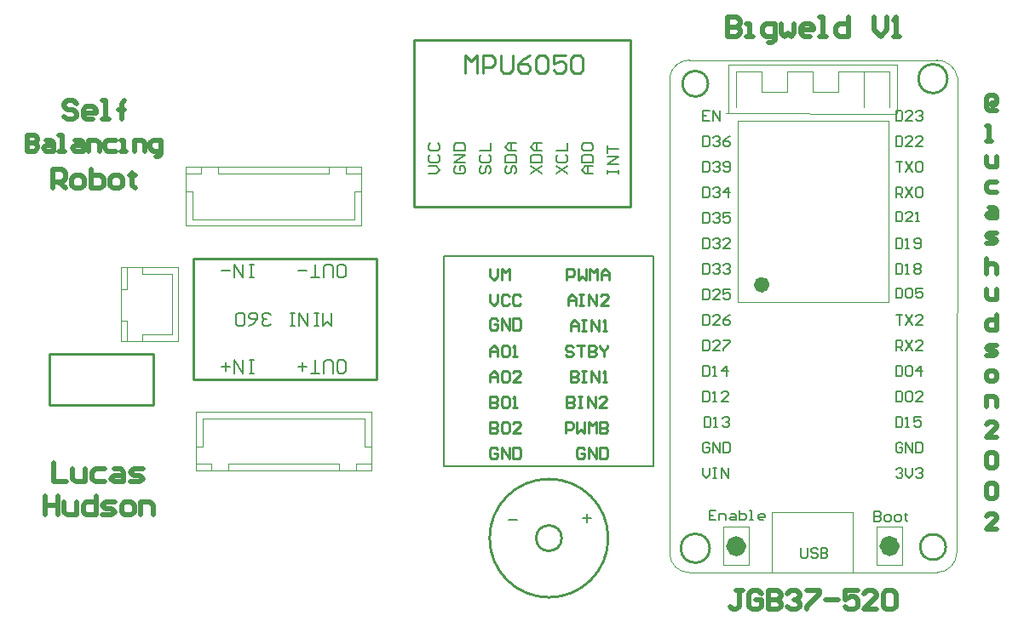
<source format=gto>
G04*
G04 #@! TF.GenerationSoftware,Altium Limited,Altium Designer,23.7.1 (13)*
G04*
G04 Layer_Color=65535*
%FSLAX24Y24*%
%MOIN*%
G70*
G04*
G04 #@! TF.SameCoordinates,462104AE-C5C4-45F5-994C-927CF5565F6C*
G04*
G04*
G04 #@! TF.FilePolarity,Positive*
G04*
G01*
G75*
%ADD10C,0.0100*%
%ADD11C,0.0394*%
%ADD12C,0.0047*%
%ADD13C,0.0315*%
%ADD14C,0.0047*%
%ADD15C,0.0047*%
%ADD16C,0.0050*%
%ADD17C,0.0200*%
%ADD18C,0.0080*%
%ADD19C,0.0060*%
%ADD20C,0.0070*%
%ADD21C,0.0070*%
%ADD22C,0.0098*%
%ADD23C,0.0059*%
D10*
X21223Y3597D02*
G03*
X21223Y3597I-500J0D01*
G01*
X23043D02*
G03*
X23043Y3597I-2320J0D01*
G01*
X36250Y3250D02*
G03*
X36250Y3250I-500J0D01*
G01*
X36316Y21600D02*
G03*
X36316Y21600I-566J0D01*
G01*
X26950Y21400D02*
G03*
X26950Y21400I-500J0D01*
G01*
X27016Y3200D02*
G03*
X27016Y3200I-566J0D01*
G01*
X1188Y8800D02*
X5238D01*
X1188D02*
Y10800D01*
X5238D01*
Y8800D02*
Y10800D01*
X6825Y9808D02*
Y14533D01*
X13977D01*
Y9808D02*
Y14533D01*
X6825Y9808D02*
X13977D01*
X15460Y16573D02*
X23910D01*
X15460D02*
Y23122D01*
X23910D01*
Y16573D02*
Y23122D01*
X21665Y11075D02*
X21590Y11150D01*
X21440D01*
X21365Y11075D01*
Y11000D01*
X21440Y10925D01*
X21590D01*
X21665Y10850D01*
Y10775D01*
X21590Y10700D01*
X21440D01*
X21365Y10775D01*
X21815Y11150D02*
X22115D01*
X21965D01*
Y10700D01*
X22265Y11150D02*
Y10700D01*
X22490D01*
X22565Y10775D01*
Y10850D01*
X22490Y10925D01*
X22265D01*
X22490D01*
X22565Y11000D01*
Y11075D01*
X22490Y11150D01*
X22265D01*
X22715D02*
Y11075D01*
X22865Y10925D01*
X23015Y11075D01*
Y11150D01*
X22865Y10925D02*
Y10700D01*
X21565Y11700D02*
Y12000D01*
X21715Y12150D01*
X21865Y12000D01*
Y11700D01*
Y11925D01*
X21565D01*
X22015Y12150D02*
X22165D01*
X22090D01*
Y11700D01*
X22015D01*
X22165D01*
X22390D02*
Y12150D01*
X22690Y11700D01*
Y12150D01*
X22840Y11700D02*
X22990D01*
X22915D01*
Y12150D01*
X22840Y12075D01*
X21415Y9150D02*
Y8700D01*
X21640D01*
X21715Y8775D01*
Y8850D01*
X21640Y8925D01*
X21415D01*
X21640D01*
X21715Y9000D01*
Y9075D01*
X21640Y9150D01*
X21415D01*
X21865D02*
X22015D01*
X21940D01*
Y8700D01*
X21865D01*
X22015D01*
X22240D02*
Y9150D01*
X22540Y8700D01*
Y9150D01*
X22990Y8700D02*
X22690D01*
X22990Y9000D01*
Y9075D01*
X22915Y9150D01*
X22765D01*
X22690Y9075D01*
X21365Y7700D02*
Y8150D01*
X21590D01*
X21665Y8075D01*
Y7925D01*
X21590Y7850D01*
X21365D01*
X21815Y8150D02*
Y7700D01*
X21965Y7850D01*
X22115Y7700D01*
Y8150D01*
X22265Y7700D02*
Y8150D01*
X22415Y8000D01*
X22565Y8150D01*
Y7700D01*
X22715Y8150D02*
Y7700D01*
X22940D01*
X23015Y7775D01*
Y7850D01*
X22940Y7925D01*
X22715D01*
X22940D01*
X23015Y8000D01*
Y8075D01*
X22940Y8150D01*
X22715D01*
X21565Y10150D02*
Y9700D01*
X21790D01*
X21865Y9775D01*
Y9850D01*
X21790Y9925D01*
X21565D01*
X21790D01*
X21865Y10000D01*
Y10075D01*
X21790Y10150D01*
X21565D01*
X22015D02*
X22165D01*
X22090D01*
Y9700D01*
X22015D01*
X22165D01*
X22390D02*
Y10150D01*
X22690Y9700D01*
Y10150D01*
X22840Y9700D02*
X22990D01*
X22915D01*
Y10150D01*
X22840Y10075D01*
X22115Y7075D02*
X22040Y7150D01*
X21890D01*
X21815Y7075D01*
Y6775D01*
X21890Y6700D01*
X22040D01*
X22115Y6775D01*
Y6925D01*
X21965D01*
X22265Y6700D02*
Y7150D01*
X22565Y6700D01*
Y7150D01*
X22715D02*
Y6700D01*
X22940D01*
X23015Y6775D01*
Y7075D01*
X22940Y7150D01*
X22715D01*
X21465Y12700D02*
Y13000D01*
X21615Y13150D01*
X21765Y13000D01*
Y12700D01*
Y12925D01*
X21465D01*
X21915Y13150D02*
X22065D01*
X21990D01*
Y12700D01*
X21915D01*
X22065D01*
X22290D02*
Y13150D01*
X22590Y12700D01*
Y13150D01*
X23040Y12700D02*
X22740D01*
X23040Y13000D01*
Y13075D01*
X22965Y13150D01*
X22815D01*
X22740Y13075D01*
X21415Y13700D02*
Y14150D01*
X21640D01*
X21715Y14075D01*
Y13925D01*
X21640Y13850D01*
X21415D01*
X21865Y14150D02*
Y13700D01*
X22015Y13850D01*
X22165Y13700D01*
Y14150D01*
X22315Y13700D02*
Y14150D01*
X22465Y14000D01*
X22615Y14150D01*
Y13700D01*
X22765D02*
Y14000D01*
X22915Y14150D01*
X23065Y14000D01*
Y13700D01*
Y13925D01*
X22765D01*
X18715Y12125D02*
X18640Y12200D01*
X18490D01*
X18415Y12125D01*
Y11825D01*
X18490Y11750D01*
X18640D01*
X18715Y11825D01*
Y11975D01*
X18565D01*
X18865Y11750D02*
Y12200D01*
X19165Y11750D01*
Y12200D01*
X19315D02*
Y11750D01*
X19540D01*
X19615Y11825D01*
Y12125D01*
X19540Y12200D01*
X19315D01*
X18415Y9150D02*
Y8700D01*
X18640D01*
X18715Y8775D01*
Y8850D01*
X18640Y8925D01*
X18415D01*
X18640D01*
X18715Y9000D01*
Y9075D01*
X18640Y9150D01*
X18415D01*
X19090D02*
X18940D01*
X18865Y9075D01*
Y8775D01*
X18940Y8700D01*
X19090D01*
X19165Y8775D01*
Y9075D01*
X19090Y9150D01*
X19315Y8700D02*
X19465D01*
X19390D01*
Y9150D01*
X19315Y9075D01*
X18415Y8150D02*
Y7700D01*
X18640D01*
X18715Y7775D01*
Y7850D01*
X18640Y7925D01*
X18415D01*
X18640D01*
X18715Y8000D01*
Y8075D01*
X18640Y8150D01*
X18415D01*
X19090D02*
X18940D01*
X18865Y8075D01*
Y7775D01*
X18940Y7700D01*
X19090D01*
X19165Y7775D01*
Y8075D01*
X19090Y8150D01*
X19615Y7700D02*
X19315D01*
X19615Y8000D01*
Y8075D01*
X19540Y8150D01*
X19390D01*
X19315Y8075D01*
X18415Y9700D02*
Y10000D01*
X18565Y10150D01*
X18715Y10000D01*
Y9700D01*
Y9925D01*
X18415D01*
X19090Y10150D02*
X18940D01*
X18865Y10075D01*
Y9775D01*
X18940Y9700D01*
X19090D01*
X19165Y9775D01*
Y10075D01*
X19090Y10150D01*
X19615Y9700D02*
X19315D01*
X19615Y10000D01*
Y10075D01*
X19540Y10150D01*
X19390D01*
X19315Y10075D01*
X18415Y10700D02*
Y11000D01*
X18565Y11150D01*
X18715Y11000D01*
Y10700D01*
Y10925D01*
X18415D01*
X19090Y11150D02*
X18940D01*
X18865Y11075D01*
Y10775D01*
X18940Y10700D01*
X19090D01*
X19165Y10775D01*
Y11075D01*
X19090Y11150D01*
X19315Y10700D02*
X19465D01*
X19390D01*
Y11150D01*
X19315Y11075D01*
X18715Y7075D02*
X18640Y7150D01*
X18490D01*
X18415Y7075D01*
Y6775D01*
X18490Y6700D01*
X18640D01*
X18715Y6775D01*
Y6925D01*
X18565D01*
X18865Y6700D02*
Y7150D01*
X19165Y6700D01*
Y7150D01*
X19315D02*
Y6700D01*
X19540D01*
X19615Y6775D01*
Y7075D01*
X19540Y7150D01*
X19315D01*
X18415Y13150D02*
Y12850D01*
X18565Y12700D01*
X18715Y12850D01*
Y13150D01*
X19165Y13075D02*
X19090Y13150D01*
X18940D01*
X18865Y13075D01*
Y12775D01*
X18940Y12700D01*
X19090D01*
X19165Y12775D01*
X19615Y13075D02*
X19540Y13150D01*
X19390D01*
X19315Y13075D01*
Y12775D01*
X19390Y12700D01*
X19540D01*
X19615Y12775D01*
X18415Y14150D02*
Y13850D01*
X18565Y13700D01*
X18715Y13850D01*
Y14150D01*
X18865Y13700D02*
Y14150D01*
X19015Y14000D01*
X19165Y14150D01*
Y13700D01*
D11*
X28247Y3278D02*
G03*
X28247Y3276I-197J-1D01*
G01*
X34247Y3278D02*
G03*
X34247Y3276I-197J8D01*
G01*
D12*
X26226Y22328D02*
G03*
X25446Y21650I0J-787D01*
G01*
X25450Y3010D02*
G03*
X26211Y2251I750J-10D01*
G01*
X35900Y2250D02*
G03*
X36687Y3050I0J787D01*
G01*
X36700Y21650D02*
G03*
X35897Y22321I-779J-116D01*
G01*
X27550Y2550D02*
X28550D01*
Y4050D01*
X29450Y2250D02*
Y4612D01*
X27550Y4050D02*
X28550D01*
X29450Y4612D02*
X32600D01*
X26211Y2251D02*
X35900Y2250D01*
X32600Y2250D02*
Y4612D01*
X27550Y2550D02*
Y4050D01*
X26226Y22328D02*
X35897Y22321D01*
X27750Y22150D02*
X34350D01*
X31050Y21088D02*
Y21888D01*
Y21088D02*
X32050D01*
X33050Y20488D02*
Y21888D01*
X29050Y21088D02*
X30050D01*
X32050Y21888D02*
X34050D01*
X30050D02*
X31050D01*
X32050Y21088D02*
Y21888D01*
X29050Y21088D02*
Y21888D01*
X27650Y20250D02*
X34250Y20217D01*
X28097Y19932D02*
X34003D01*
X28097Y12845D02*
X34003D01*
X30050Y21088D02*
Y21888D01*
X28050D02*
X29050D01*
X28097Y12845D02*
Y19932D01*
X27750Y20250D02*
Y22150D01*
X28050Y20488D02*
Y21888D01*
X36687Y3050D02*
X36700Y21650D01*
X33550Y2550D02*
X34550D01*
Y4050D01*
X33550Y2550D02*
Y4050D01*
X34550D01*
X34350Y20250D02*
Y22150D01*
X34003Y12845D02*
Y19932D01*
X34050Y20488D02*
Y21888D01*
X25446Y21650D02*
X25450Y3010D01*
D13*
X29207Y13528D02*
G03*
X29207Y13526I-158J-1D01*
G01*
D14*
X7182Y8295D02*
X13503D01*
X7528Y6243D02*
Y6507D01*
X8178Y6243D02*
Y6507D01*
X12528Y6243D02*
Y6507D01*
X13178Y6243D02*
Y6507D01*
X6928Y8543D02*
X13772D01*
X6928Y6243D02*
Y8543D01*
Y6243D02*
X13772D01*
Y8543D01*
X8178Y6507D02*
X12528D01*
X6941D02*
X7528D01*
X13178D02*
X13764D01*
X7182Y7195D02*
Y8295D01*
X6788Y16081D02*
X13109D01*
X12763Y17869D02*
Y18133D01*
X12113Y17869D02*
Y18133D01*
X7763Y17869D02*
Y18133D01*
X7113Y17869D02*
Y18133D01*
X6518Y15833D02*
X13363D01*
Y18133D01*
X6518D02*
X13363D01*
X6518Y15833D02*
Y18133D01*
X7763Y17869D02*
X12113D01*
X12763D02*
X13350D01*
X6526D02*
X7113D01*
X13109Y16081D02*
Y17181D01*
X4221Y13360D02*
Y14200D01*
X3994Y13360D02*
X4221D01*
Y11300D02*
Y12124D01*
X6229Y11300D02*
Y14200D01*
X3972Y11300D02*
X6229D01*
X3972D02*
Y14200D01*
X6229D01*
X3994Y12124D02*
X4221D01*
X4821Y11566D02*
X5972D01*
X4821Y11300D02*
Y11566D01*
Y13934D02*
Y14200D01*
X5972Y11566D02*
Y13934D01*
X4821D02*
X5972D01*
D15*
X13503Y7193D02*
X13753D01*
X13503D02*
Y8295D01*
X6932Y7195D02*
X7182D01*
X6538Y17183D02*
X6788D01*
Y16081D02*
Y17183D01*
X13109Y17181D02*
X13359D01*
D16*
X16615Y6403D02*
X24815D01*
X16615Y14650D02*
X24815D01*
X16615Y6403D02*
Y14650D01*
X24815Y6403D02*
Y14650D01*
D17*
X38150Y20547D02*
Y20647D01*
X38050D01*
Y20547D01*
X38150D01*
X38250Y20647D01*
Y20847D01*
X38150Y20947D01*
X37950D01*
X37850Y20847D01*
Y20447D01*
X37950Y20347D01*
X38250D01*
X37850Y19147D02*
X38050D01*
X37950D01*
Y19747D01*
X37850D01*
Y18547D02*
Y18247D01*
X37950Y18147D01*
X38250D01*
Y18547D01*
Y17547D02*
X37950D01*
X37850Y17448D01*
Y17248D01*
X37950Y17148D01*
X38250D01*
X37950Y16548D02*
X38150D01*
X38250Y16448D01*
Y16148D01*
X37950D01*
X37850Y16248D01*
X37950Y16348D01*
X38250D01*
X37850Y15148D02*
X38150D01*
X38250Y15248D01*
X38150Y15348D01*
X37950D01*
X37850Y15448D01*
X37950Y15548D01*
X38250D01*
X37850Y14548D02*
Y13948D01*
Y14248D01*
X37950Y14348D01*
X38150D01*
X38250Y14248D01*
Y13948D01*
X37850Y13348D02*
Y13048D01*
X37950Y12948D01*
X38250D01*
Y13348D01*
Y12348D02*
Y11749D01*
X37950D01*
X37850Y11849D01*
Y12048D01*
X37950Y12148D01*
X38250D01*
X37850Y10749D02*
X38150D01*
X38250Y10849D01*
X38150Y10949D01*
X37950D01*
X37850Y11049D01*
X37950Y11149D01*
X38250D01*
X37950Y9749D02*
X38150D01*
X38250Y9849D01*
Y10049D01*
X38150Y10149D01*
X37950D01*
X37850Y10049D01*
Y9849D01*
X37950Y9749D01*
X37850Y8749D02*
Y9149D01*
X38150D01*
X38250Y9049D01*
Y8749D01*
Y7549D02*
X37850D01*
X38250Y7949D01*
Y8049D01*
X38150Y8149D01*
X37950D01*
X37850Y8049D01*
Y6849D02*
X37950Y6949D01*
X38150D01*
X38250Y6849D01*
Y6449D01*
X38150Y6350D01*
X37950D01*
X37850Y6449D01*
Y6849D01*
Y5650D02*
X37950Y5750D01*
X38150D01*
X38250Y5650D01*
Y5250D01*
X38150Y5150D01*
X37950D01*
X37850Y5250D01*
Y5650D01*
X38250Y3950D02*
X37850D01*
X38250Y4350D01*
Y4450D01*
X38150Y4550D01*
X37950D01*
X37850Y4450D01*
X28300Y1550D02*
X28050D01*
X28175D01*
Y925D01*
X28050Y800D01*
X27925D01*
X27800Y925D01*
X29050Y1425D02*
X28925Y1550D01*
X28675D01*
X28550Y1425D01*
Y925D01*
X28675Y800D01*
X28925D01*
X29050Y925D01*
Y1175D01*
X28800D01*
X29300Y1550D02*
Y800D01*
X29674D01*
X29799Y925D01*
Y1050D01*
X29674Y1175D01*
X29300D01*
X29674D01*
X29799Y1300D01*
Y1425D01*
X29674Y1550D01*
X29300D01*
X30049Y1425D02*
X30174Y1550D01*
X30424D01*
X30549Y1425D01*
Y1300D01*
X30424Y1175D01*
X30299D01*
X30424D01*
X30549Y1050D01*
Y925D01*
X30424Y800D01*
X30174D01*
X30049Y925D01*
X30799Y1550D02*
X31299D01*
Y1425D01*
X30799Y925D01*
Y800D01*
X31549Y1175D02*
X32049D01*
X32798Y1550D02*
X32299D01*
Y1175D01*
X32548Y1300D01*
X32673D01*
X32798Y1175D01*
Y925D01*
X32673Y800D01*
X32424D01*
X32299Y925D01*
X33548Y800D02*
X33048D01*
X33548Y1300D01*
Y1425D01*
X33423Y1550D01*
X33173D01*
X33048Y1425D01*
X33798D02*
X33923Y1550D01*
X34173D01*
X34298Y1425D01*
Y925D01*
X34173Y800D01*
X33923D01*
X33798Y925D01*
Y1425D01*
X27700Y24000D02*
Y23250D01*
X28075D01*
X28200Y23375D01*
Y23500D01*
X28075Y23625D01*
X27700D01*
X28075D01*
X28200Y23750D01*
Y23875D01*
X28075Y24000D01*
X27700D01*
X28450Y23250D02*
X28700D01*
X28575D01*
Y23750D01*
X28450D01*
X29324Y23000D02*
X29449D01*
X29574Y23125D01*
Y23750D01*
X29200D01*
X29075Y23625D01*
Y23375D01*
X29200Y23250D01*
X29574D01*
X29824Y23750D02*
Y23375D01*
X29949Y23250D01*
X30074Y23375D01*
X30199Y23250D01*
X30324Y23375D01*
Y23750D01*
X30949Y23250D02*
X30699D01*
X30574Y23375D01*
Y23625D01*
X30699Y23750D01*
X30949D01*
X31074Y23625D01*
Y23500D01*
X30574D01*
X31324Y23250D02*
X31574D01*
X31449D01*
Y24000D01*
X31324D01*
X32448D02*
Y23250D01*
X32074D01*
X31949Y23375D01*
Y23625D01*
X32074Y23750D01*
X32448D01*
X33448Y24000D02*
Y23500D01*
X33698Y23250D01*
X33948Y23500D01*
Y24000D01*
X34198Y23250D02*
X34448D01*
X34323D01*
Y24000D01*
X34198Y23875D01*
X1000Y5250D02*
Y4500D01*
Y4875D01*
X1500D01*
Y5250D01*
Y4500D01*
X1750Y5000D02*
Y4625D01*
X1875Y4500D01*
X2250D01*
Y5000D01*
X2999Y5250D02*
Y4500D01*
X2624D01*
X2500Y4625D01*
Y4875D01*
X2624Y5000D01*
X2999D01*
X3249Y4500D02*
X3624D01*
X3749Y4625D01*
X3624Y4750D01*
X3374D01*
X3249Y4875D01*
X3374Y5000D01*
X3749D01*
X4124Y4500D02*
X4374D01*
X4499Y4625D01*
Y4875D01*
X4374Y5000D01*
X4124D01*
X3999Y4875D01*
Y4625D01*
X4124Y4500D01*
X4749D02*
Y5000D01*
X5124D01*
X5249Y4875D01*
Y4500D01*
X1343Y6556D02*
Y5806D01*
X1843D01*
X2093Y6306D02*
Y5931D01*
X2218Y5806D01*
X2593D01*
Y6306D01*
X3343D02*
X2968D01*
X2843Y6181D01*
Y5931D01*
X2968Y5806D01*
X3343D01*
X3717Y6306D02*
X3967D01*
X4092Y6181D01*
Y5806D01*
X3717D01*
X3593Y5931D01*
X3717Y6056D01*
X4092D01*
X4342Y5806D02*
X4717D01*
X4842Y5931D01*
X4717Y6056D01*
X4467D01*
X4342Y6181D01*
X4467Y6306D01*
X4842D01*
X2250Y20625D02*
X2125Y20750D01*
X1875D01*
X1750Y20625D01*
Y20500D01*
X1875Y20375D01*
X2125D01*
X2250Y20250D01*
Y20125D01*
X2125Y20000D01*
X1875D01*
X1750Y20125D01*
X2875Y20000D02*
X2625D01*
X2500Y20125D01*
Y20375D01*
X2625Y20500D01*
X2875D01*
X3000Y20375D01*
Y20250D01*
X2500D01*
X3250Y20000D02*
X3499D01*
X3374D01*
Y20750D01*
X3250D01*
X3999Y20000D02*
Y20625D01*
Y20375D01*
X3874D01*
X4124D01*
X3999D01*
Y20625D01*
X4124Y20750D01*
X300Y19390D02*
Y18760D01*
X615D01*
X720Y18865D01*
Y18970D01*
X615Y19075D01*
X300D01*
X615D01*
X720Y19180D01*
Y19285D01*
X615Y19390D01*
X300D01*
X1035Y19180D02*
X1245D01*
X1350Y19075D01*
Y18760D01*
X1035D01*
X930Y18865D01*
X1035Y18970D01*
X1350D01*
X1559Y18760D02*
X1769D01*
X1664D01*
Y19390D01*
X1559D01*
X2189Y19180D02*
X2399D01*
X2504Y19075D01*
Y18760D01*
X2189D01*
X2084Y18865D01*
X2189Y18970D01*
X2504D01*
X2714Y18760D02*
Y19180D01*
X3029D01*
X3134Y19075D01*
Y18760D01*
X3763Y19180D02*
X3449D01*
X3344Y19075D01*
Y18865D01*
X3449Y18760D01*
X3763D01*
X3973D02*
X4183D01*
X4078D01*
Y19180D01*
X3973D01*
X4498Y18760D02*
Y19180D01*
X4813D01*
X4918Y19075D01*
Y18760D01*
X5338Y18550D02*
X5443D01*
X5548Y18655D01*
Y19180D01*
X5233D01*
X5128Y19075D01*
Y18865D01*
X5233Y18760D01*
X5548D01*
X1300Y17300D02*
Y18050D01*
X1675D01*
X1800Y17925D01*
Y17675D01*
X1675Y17550D01*
X1300D01*
X1550D02*
X1800Y17300D01*
X2175D02*
X2425D01*
X2550Y17425D01*
Y17675D01*
X2425Y17800D01*
X2175D01*
X2050Y17675D01*
Y17425D01*
X2175Y17300D01*
X2800Y18050D02*
Y17300D01*
X3174D01*
X3299Y17425D01*
Y17550D01*
Y17675D01*
X3174Y17800D01*
X2800D01*
X3674Y17300D02*
X3924D01*
X4049Y17425D01*
Y17675D01*
X3924Y17800D01*
X3674D01*
X3549Y17675D01*
Y17425D01*
X3674Y17300D01*
X4424Y17925D02*
Y17800D01*
X4299D01*
X4549D01*
X4424D01*
Y17425D01*
X4549Y17300D01*
D18*
X12227Y12424D02*
Y11912D01*
X12057Y12083D01*
X11886Y11912D01*
Y12424D01*
X11716Y11912D02*
X11545D01*
X11630D01*
Y12424D01*
X11716D01*
X11545D01*
X11289D02*
Y11912D01*
X10948Y12424D01*
Y11912D01*
X10778D02*
X10607D01*
X10692D01*
Y12424D01*
X10778D01*
X10607D01*
X9840Y11998D02*
X9754Y11912D01*
X9584D01*
X9498Y11998D01*
Y12083D01*
X9584Y12168D01*
X9669D01*
X9584D01*
X9498Y12253D01*
Y12339D01*
X9584Y12424D01*
X9754D01*
X9840Y12339D01*
X8987Y11912D02*
X9157Y11998D01*
X9328Y12168D01*
Y12339D01*
X9243Y12424D01*
X9072D01*
X8987Y12339D01*
Y12253D01*
X9072Y12168D01*
X9328D01*
X8816Y11998D02*
X8731Y11912D01*
X8560D01*
X8475Y11998D01*
Y12339D01*
X8560Y12424D01*
X8731D01*
X8816Y12339D01*
Y11998D01*
X9177Y13812D02*
X9007D01*
X9092D01*
Y14324D01*
X9177D01*
X9007D01*
X8751D02*
Y13812D01*
X8410Y14324D01*
Y13812D01*
X8239Y14068D02*
X7898D01*
X12521Y13812D02*
X12692D01*
X12777Y13898D01*
Y14239D01*
X12692Y14324D01*
X12521D01*
X12436Y14239D01*
Y13898D01*
X12521Y13812D01*
X12266D02*
Y14239D01*
X12180Y14324D01*
X12010D01*
X11925Y14239D01*
Y13812D01*
X11754D02*
X11413D01*
X11583D01*
Y14324D01*
X11242Y14068D02*
X10901D01*
X9177Y10062D02*
X9007D01*
X9092D01*
Y10574D01*
X9177D01*
X9007D01*
X8751D02*
Y10062D01*
X8410Y10574D01*
Y10062D01*
X8239Y10318D02*
X7898D01*
X8069Y10148D02*
Y10489D01*
X12521Y10062D02*
X12692D01*
X12777Y10148D01*
Y10489D01*
X12692Y10574D01*
X12521D01*
X12436Y10489D01*
Y10148D01*
X12521Y10062D01*
X12266D02*
Y10489D01*
X12180Y10574D01*
X12010D01*
X11925Y10489D01*
Y10062D01*
X11754D02*
X11413D01*
X11583D01*
Y10574D01*
X11242Y10318D02*
X10901D01*
X11072Y10148D02*
Y10489D01*
X27012Y20344D02*
X26750D01*
Y19950D01*
X27012D01*
X26750Y20147D02*
X26881D01*
X27144Y19950D02*
Y20344D01*
X27406Y19950D01*
Y20344D01*
X34300D02*
Y19950D01*
X34497D01*
X34562Y20016D01*
Y20278D01*
X34497Y20344D01*
X34300D01*
X34956Y19950D02*
X34694D01*
X34956Y20212D01*
Y20278D01*
X34890Y20344D01*
X34759D01*
X34694Y20278D01*
X35087D02*
X35153Y20344D01*
X35284D01*
X35350Y20278D01*
Y20212D01*
X35284Y20147D01*
X35218D01*
X35284D01*
X35350Y20081D01*
Y20016D01*
X35284Y19950D01*
X35153D01*
X35087Y20016D01*
X26750Y19344D02*
Y18950D01*
X26947D01*
X27012Y19016D01*
Y19278D01*
X26947Y19344D01*
X26750D01*
X27144Y19278D02*
X27209Y19344D01*
X27340D01*
X27406Y19278D01*
Y19212D01*
X27340Y19147D01*
X27275D01*
X27340D01*
X27406Y19081D01*
Y19016D01*
X27340Y18950D01*
X27209D01*
X27144Y19016D01*
X27800Y19344D02*
X27668Y19278D01*
X27537Y19147D01*
Y19016D01*
X27603Y18950D01*
X27734D01*
X27800Y19016D01*
Y19081D01*
X27734Y19147D01*
X27537D01*
X34300Y12344D02*
X34562D01*
X34431D01*
Y11950D01*
X34694Y12344D02*
X34956Y11950D01*
Y12344D02*
X34694Y11950D01*
X35350D02*
X35087D01*
X35350Y12212D01*
Y12278D01*
X35284Y12344D01*
X35153D01*
X35087Y12278D01*
X34300Y10950D02*
Y11344D01*
X34497D01*
X34562Y11278D01*
Y11147D01*
X34497Y11081D01*
X34300D01*
X34431D02*
X34562Y10950D01*
X34694Y11344D02*
X34956Y10950D01*
Y11344D02*
X34694Y10950D01*
X35350D02*
X35087D01*
X35350Y11212D01*
Y11278D01*
X35284Y11344D01*
X35153D01*
X35087Y11278D01*
X34300Y8344D02*
Y7950D01*
X34497D01*
X34562Y8016D01*
Y8278D01*
X34497Y8344D01*
X34300D01*
X34694Y7950D02*
X34825D01*
X34759D01*
Y8344D01*
X34694Y8278D01*
X35284Y8344D02*
X35022D01*
Y8147D01*
X35153Y8212D01*
X35218D01*
X35284Y8147D01*
Y8016D01*
X35218Y7950D01*
X35087D01*
X35022Y8016D01*
X34300Y9344D02*
Y8950D01*
X34497D01*
X34562Y9016D01*
Y9278D01*
X34497Y9344D01*
X34300D01*
X34694Y9278D02*
X34759Y9344D01*
X34890D01*
X34956Y9278D01*
Y9016D01*
X34890Y8950D01*
X34759D01*
X34694Y9016D01*
Y9278D01*
X35350Y8950D02*
X35087D01*
X35350Y9212D01*
Y9278D01*
X35284Y9344D01*
X35153D01*
X35087Y9278D01*
X34562Y7278D02*
X34497Y7344D01*
X34366D01*
X34300Y7278D01*
Y7016D01*
X34366Y6950D01*
X34497D01*
X34562Y7016D01*
Y7147D01*
X34431D01*
X34694Y6950D02*
Y7344D01*
X34956Y6950D01*
Y7344D01*
X35087D02*
Y6950D01*
X35284D01*
X35350Y7016D01*
Y7278D01*
X35284Y7344D01*
X35087D01*
X34300Y10344D02*
Y9950D01*
X34497D01*
X34562Y10016D01*
Y10278D01*
X34497Y10344D01*
X34300D01*
X34694Y10278D02*
X34759Y10344D01*
X34890D01*
X34956Y10278D01*
Y10016D01*
X34890Y9950D01*
X34759D01*
X34694Y10016D01*
Y10278D01*
X35284Y9950D02*
Y10344D01*
X35087Y10147D01*
X35350D01*
X34300Y6278D02*
X34366Y6344D01*
X34497D01*
X34562Y6278D01*
Y6212D01*
X34497Y6147D01*
X34431D01*
X34497D01*
X34562Y6081D01*
Y6016D01*
X34497Y5950D01*
X34366D01*
X34300Y6016D01*
X34694Y6344D02*
Y6081D01*
X34825Y5950D01*
X34956Y6081D01*
Y6344D01*
X35087Y6278D02*
X35153Y6344D01*
X35284D01*
X35350Y6278D01*
Y6212D01*
X35284Y6147D01*
X35218D01*
X35284D01*
X35350Y6081D01*
Y6016D01*
X35284Y5950D01*
X35153D01*
X35087Y6016D01*
X26750Y18344D02*
Y17950D01*
X26947D01*
X27012Y18016D01*
Y18278D01*
X26947Y18344D01*
X26750D01*
X27144Y18278D02*
X27209Y18344D01*
X27340D01*
X27406Y18278D01*
Y18212D01*
X27340Y18147D01*
X27275D01*
X27340D01*
X27406Y18081D01*
Y18016D01*
X27340Y17950D01*
X27209D01*
X27144Y18016D01*
X27537D02*
X27603Y17950D01*
X27734D01*
X27800Y18016D01*
Y18278D01*
X27734Y18344D01*
X27603D01*
X27537Y18278D01*
Y18212D01*
X27603Y18147D01*
X27800D01*
X26750Y9344D02*
Y8950D01*
X26947D01*
X27012Y9016D01*
Y9278D01*
X26947Y9344D01*
X26750D01*
X27144Y8950D02*
X27275D01*
X27209D01*
Y9344D01*
X27144Y9278D01*
X27734Y8950D02*
X27472D01*
X27734Y9212D01*
Y9278D01*
X27668Y9344D01*
X27537D01*
X27472Y9278D01*
X26750Y6344D02*
Y6081D01*
X26881Y5950D01*
X27012Y6081D01*
Y6344D01*
X27144D02*
X27275D01*
X27209D01*
Y5950D01*
X27144D01*
X27275D01*
X27472D02*
Y6344D01*
X27734Y5950D01*
Y6344D01*
X27012Y7278D02*
X26947Y7344D01*
X26816D01*
X26750Y7278D01*
Y7016D01*
X26816Y6950D01*
X26947D01*
X27012Y7016D01*
Y7147D01*
X26881D01*
X27144Y6950D02*
Y7344D01*
X27406Y6950D01*
Y7344D01*
X27537D02*
Y6950D01*
X27734D01*
X27800Y7016D01*
Y7278D01*
X27734Y7344D01*
X27537D01*
X26750Y10344D02*
Y9950D01*
X26947D01*
X27012Y10016D01*
Y10278D01*
X26947Y10344D01*
X26750D01*
X27144Y9950D02*
X27275D01*
X27209D01*
Y10344D01*
X27144Y10278D01*
X27668Y9950D02*
Y10344D01*
X27472Y10147D01*
X27734D01*
X26750Y11344D02*
Y10950D01*
X26947D01*
X27012Y11016D01*
Y11278D01*
X26947Y11344D01*
X26750D01*
X27406Y10950D02*
X27144D01*
X27406Y11212D01*
Y11278D01*
X27340Y11344D01*
X27209D01*
X27144Y11278D01*
X27537Y11344D02*
X27800D01*
Y11278D01*
X27537Y11016D01*
Y10950D01*
X26800Y8344D02*
Y7950D01*
X26997D01*
X27062Y8016D01*
Y8278D01*
X26997Y8344D01*
X26800D01*
X27194Y7950D02*
X27325D01*
X27259D01*
Y8344D01*
X27194Y8278D01*
X27522D02*
X27587Y8344D01*
X27718D01*
X27784Y8278D01*
Y8212D01*
X27718Y8147D01*
X27653D01*
X27718D01*
X27784Y8081D01*
Y8016D01*
X27718Y7950D01*
X27587D01*
X27522Y8016D01*
X26750Y12344D02*
Y11950D01*
X26947D01*
X27012Y12016D01*
Y12278D01*
X26947Y12344D01*
X26750D01*
X27406Y11950D02*
X27144D01*
X27406Y12212D01*
Y12278D01*
X27340Y12344D01*
X27209D01*
X27144Y12278D01*
X27800Y12344D02*
X27668Y12278D01*
X27537Y12147D01*
Y12016D01*
X27603Y11950D01*
X27734D01*
X27800Y12016D01*
Y12081D01*
X27734Y12147D01*
X27537D01*
X26750Y15344D02*
Y14950D01*
X26947D01*
X27012Y15016D01*
Y15278D01*
X26947Y15344D01*
X26750D01*
X27144Y15278D02*
X27209Y15344D01*
X27340D01*
X27406Y15278D01*
Y15212D01*
X27340Y15147D01*
X27275D01*
X27340D01*
X27406Y15081D01*
Y15016D01*
X27340Y14950D01*
X27209D01*
X27144Y15016D01*
X27800Y14950D02*
X27537D01*
X27800Y15212D01*
Y15278D01*
X27734Y15344D01*
X27603D01*
X27537Y15278D01*
X26750Y17344D02*
Y16950D01*
X26947D01*
X27012Y17016D01*
Y17278D01*
X26947Y17344D01*
X26750D01*
X27144Y17278D02*
X27209Y17344D01*
X27340D01*
X27406Y17278D01*
Y17212D01*
X27340Y17147D01*
X27275D01*
X27340D01*
X27406Y17081D01*
Y17016D01*
X27340Y16950D01*
X27209D01*
X27144Y17016D01*
X27734Y16950D02*
Y17344D01*
X27537Y17147D01*
X27800D01*
X26750Y16344D02*
Y15950D01*
X26947D01*
X27012Y16016D01*
Y16278D01*
X26947Y16344D01*
X26750D01*
X27144Y16278D02*
X27209Y16344D01*
X27340D01*
X27406Y16278D01*
Y16212D01*
X27340Y16147D01*
X27275D01*
X27340D01*
X27406Y16081D01*
Y16016D01*
X27340Y15950D01*
X27209D01*
X27144Y16016D01*
X27800Y16344D02*
X27537D01*
Y16147D01*
X27668Y16212D01*
X27734D01*
X27800Y16147D01*
Y16016D01*
X27734Y15950D01*
X27603D01*
X27537Y16016D01*
X26750Y14344D02*
Y13950D01*
X26947D01*
X27012Y14016D01*
Y14278D01*
X26947Y14344D01*
X26750D01*
X27144Y14278D02*
X27209Y14344D01*
X27340D01*
X27406Y14278D01*
Y14212D01*
X27340Y14147D01*
X27275D01*
X27340D01*
X27406Y14081D01*
Y14016D01*
X27340Y13950D01*
X27209D01*
X27144Y14016D01*
X27537Y14278D02*
X27603Y14344D01*
X27734D01*
X27800Y14278D01*
Y14212D01*
X27734Y14147D01*
X27668D01*
X27734D01*
X27800Y14081D01*
Y14016D01*
X27734Y13950D01*
X27603D01*
X27537Y14016D01*
X26750Y13344D02*
Y12950D01*
X26947D01*
X27012Y13016D01*
Y13278D01*
X26947Y13344D01*
X26750D01*
X27406Y12950D02*
X27144D01*
X27406Y13212D01*
Y13278D01*
X27340Y13344D01*
X27209D01*
X27144Y13278D01*
X27800Y13344D02*
X27537D01*
Y13147D01*
X27668Y13212D01*
X27734D01*
X27800Y13147D01*
Y13016D01*
X27734Y12950D01*
X27603D01*
X27537Y13016D01*
X34300Y15344D02*
Y14950D01*
X34497D01*
X34562Y15016D01*
Y15278D01*
X34497Y15344D01*
X34300D01*
X34694Y14950D02*
X34825D01*
X34759D01*
Y15344D01*
X34694Y15278D01*
X35022Y15016D02*
X35087Y14950D01*
X35218D01*
X35284Y15016D01*
Y15278D01*
X35218Y15344D01*
X35087D01*
X35022Y15278D01*
Y15212D01*
X35087Y15147D01*
X35284D01*
X34300Y13394D02*
Y13000D01*
X34497D01*
X34562Y13066D01*
Y13328D01*
X34497Y13394D01*
X34300D01*
X34694Y13328D02*
X34759Y13394D01*
X34890D01*
X34956Y13328D01*
Y13066D01*
X34890Y13000D01*
X34759D01*
X34694Y13066D01*
Y13328D01*
X35350Y13394D02*
X35087D01*
Y13197D01*
X35218Y13262D01*
X35284D01*
X35350Y13197D01*
Y13066D01*
X35284Y13000D01*
X35153D01*
X35087Y13066D01*
X34300Y14344D02*
Y13950D01*
X34497D01*
X34562Y14016D01*
Y14278D01*
X34497Y14344D01*
X34300D01*
X34694Y13950D02*
X34825D01*
X34759D01*
Y14344D01*
X34694Y14278D01*
X35022D02*
X35087Y14344D01*
X35218D01*
X35284Y14278D01*
Y14212D01*
X35218Y14147D01*
X35284Y14081D01*
Y14016D01*
X35218Y13950D01*
X35087D01*
X35022Y14016D01*
Y14081D01*
X35087Y14147D01*
X35022Y14212D01*
Y14278D01*
X35087Y14147D02*
X35218D01*
X34300Y16394D02*
Y16000D01*
X34497D01*
X34562Y16066D01*
Y16328D01*
X34497Y16394D01*
X34300D01*
X34956Y16000D02*
X34694D01*
X34956Y16262D01*
Y16328D01*
X34890Y16394D01*
X34759D01*
X34694Y16328D01*
X35087Y16000D02*
X35218D01*
X35153D01*
Y16394D01*
X35087Y16328D01*
X34300Y19344D02*
Y18950D01*
X34497D01*
X34562Y19016D01*
Y19278D01*
X34497Y19344D01*
X34300D01*
X34956Y18950D02*
X34694D01*
X34956Y19212D01*
Y19278D01*
X34890Y19344D01*
X34759D01*
X34694Y19278D01*
X35350Y18950D02*
X35087D01*
X35350Y19212D01*
Y19278D01*
X35284Y19344D01*
X35153D01*
X35087Y19278D01*
X34300Y18344D02*
X34562D01*
X34431D01*
Y17950D01*
X34694Y18344D02*
X34956Y17950D01*
Y18344D02*
X34694Y17950D01*
X35087Y18278D02*
X35153Y18344D01*
X35284D01*
X35350Y18278D01*
Y18016D01*
X35284Y17950D01*
X35153D01*
X35087Y18016D01*
Y18278D01*
X34300Y16950D02*
Y17344D01*
X34497D01*
X34562Y17278D01*
Y17147D01*
X34497Y17081D01*
X34300D01*
X34431D02*
X34562Y16950D01*
X34694Y17344D02*
X34956Y16950D01*
Y17344D02*
X34694Y16950D01*
X35087Y17278D02*
X35153Y17344D01*
X35284D01*
X35350Y17278D01*
Y17016D01*
X35284Y16950D01*
X35153D01*
X35087Y17016D01*
Y17278D01*
D19*
X19133Y4307D02*
X19466D01*
X22033Y4373D02*
X22366D01*
X22200Y4540D02*
Y4207D01*
D20*
X23010Y17873D02*
Y18023D01*
Y17948D01*
X23460D01*
Y17873D01*
Y18023D01*
Y18248D02*
X23010D01*
X23460Y18548D01*
X23010D01*
Y18698D02*
Y18997D01*
Y18848D01*
X23460D01*
D21*
X16010Y17873D02*
X16310D01*
X16460Y18023D01*
X16310Y18173D01*
X16010D01*
X16085Y18623D02*
X16010Y18548D01*
Y18398D01*
X16085Y18323D01*
X16385D01*
X16460Y18398D01*
Y18548D01*
X16385Y18623D01*
X16085Y19072D02*
X16010Y18997D01*
Y18848D01*
X16085Y18773D01*
X16385D01*
X16460Y18848D01*
Y18997D01*
X16385Y19072D01*
X17085Y18173D02*
X17010Y18098D01*
Y17948D01*
X17085Y17873D01*
X17385D01*
X17460Y17948D01*
Y18098D01*
X17385Y18173D01*
X17235D01*
Y18023D01*
X17460Y18323D02*
X17010D01*
X17460Y18623D01*
X17010D01*
Y18773D02*
X17460D01*
Y18997D01*
X17385Y19072D01*
X17085D01*
X17010Y18997D01*
Y18773D01*
X18085Y18173D02*
X18010Y18098D01*
Y17948D01*
X18085Y17873D01*
X18160D01*
X18235Y17948D01*
Y18098D01*
X18310Y18173D01*
X18385D01*
X18460Y18098D01*
Y17948D01*
X18385Y17873D01*
X18085Y18623D02*
X18010Y18548D01*
Y18398D01*
X18085Y18323D01*
X18385D01*
X18460Y18398D01*
Y18548D01*
X18385Y18623D01*
X18010Y18773D02*
X18460D01*
Y19072D01*
X19085Y18173D02*
X19010Y18098D01*
Y17948D01*
X19085Y17873D01*
X19160D01*
X19235Y17948D01*
Y18098D01*
X19310Y18173D01*
X19385D01*
X19460Y18098D01*
Y17948D01*
X19385Y17873D01*
X19010Y18323D02*
X19460D01*
Y18548D01*
X19385Y18623D01*
X19085D01*
X19010Y18548D01*
Y18323D01*
X19460Y18773D02*
X19160D01*
X19010Y18923D01*
X19160Y19072D01*
X19460D01*
X19235D01*
Y18773D01*
X20010Y17873D02*
X20460Y18173D01*
X20010D02*
X20460Y17873D01*
X20010Y18323D02*
X20460D01*
Y18548D01*
X20385Y18623D01*
X20085D01*
X20010Y18548D01*
Y18323D01*
X20460Y18773D02*
X20160D01*
X20010Y18923D01*
X20160Y19072D01*
X20460D01*
X20235D01*
Y18773D01*
X21010Y17873D02*
X21460Y18173D01*
X21010D02*
X21460Y17873D01*
X21085Y18623D02*
X21010Y18548D01*
Y18398D01*
X21085Y18323D01*
X21385D01*
X21460Y18398D01*
Y18548D01*
X21385Y18623D01*
X21010Y18773D02*
X21460D01*
Y19072D01*
X22460Y17873D02*
X22160D01*
X22010Y18023D01*
X22160Y18173D01*
X22460D01*
X22235D01*
Y17873D01*
X22010Y18323D02*
X22460D01*
Y18548D01*
X22385Y18623D01*
X22085D01*
X22010Y18548D01*
Y18323D01*
Y18997D02*
Y18848D01*
X22085Y18773D01*
X22385D01*
X22460Y18848D01*
Y18997D01*
X22385Y19072D01*
X22085D01*
X22010Y18997D01*
D22*
X17460Y21823D02*
Y22512D01*
X17690Y22282D01*
X17919Y22512D01*
Y21823D01*
X18149D02*
Y22512D01*
X18493D01*
X18608Y22397D01*
Y22167D01*
X18493Y22052D01*
X18149D01*
X18838Y22512D02*
Y21938D01*
X18952Y21823D01*
X19182D01*
X19297Y21938D01*
Y22512D01*
X19985D02*
X19756Y22397D01*
X19526Y22167D01*
Y21938D01*
X19641Y21823D01*
X19871D01*
X19985Y21938D01*
Y22052D01*
X19871Y22167D01*
X19526D01*
X20215Y22397D02*
X20330Y22512D01*
X20559D01*
X20674Y22397D01*
Y21938D01*
X20559Y21823D01*
X20330D01*
X20215Y21938D01*
Y22397D01*
X21363Y22512D02*
X20904D01*
Y22167D01*
X21133Y22282D01*
X21248D01*
X21363Y22167D01*
Y21938D01*
X21248Y21823D01*
X21019D01*
X20904Y21938D01*
X21593Y22397D02*
X21707Y22512D01*
X21937D01*
X22052Y22397D01*
Y21938D01*
X21937Y21823D01*
X21707D01*
X21593Y21938D01*
Y22397D01*
D23*
X27262Y4694D02*
X27000D01*
Y4300D01*
X27262D01*
X27000Y4497D02*
X27131D01*
X27394Y4300D02*
Y4562D01*
X27590D01*
X27656Y4497D01*
Y4300D01*
X27853Y4562D02*
X27984D01*
X28050Y4497D01*
Y4300D01*
X27853D01*
X27787Y4366D01*
X27853Y4431D01*
X28050D01*
X28181Y4694D02*
Y4300D01*
X28378D01*
X28443Y4366D01*
Y4431D01*
Y4497D01*
X28378Y4562D01*
X28181D01*
X28574Y4300D02*
X28705D01*
X28640D01*
Y4694D01*
X28574D01*
X29099Y4300D02*
X28968D01*
X28902Y4366D01*
Y4497D01*
X28968Y4562D01*
X29099D01*
X29165Y4497D01*
Y4431D01*
X28902D01*
X33450Y4644D02*
Y4250D01*
X33647D01*
X33712Y4316D01*
Y4381D01*
X33647Y4447D01*
X33450D01*
X33647D01*
X33712Y4512D01*
Y4578D01*
X33647Y4644D01*
X33450D01*
X33909Y4250D02*
X34040D01*
X34106Y4316D01*
Y4447D01*
X34040Y4512D01*
X33909D01*
X33844Y4447D01*
Y4316D01*
X33909Y4250D01*
X34303D02*
X34434D01*
X34500Y4316D01*
Y4447D01*
X34434Y4512D01*
X34303D01*
X34237Y4447D01*
Y4316D01*
X34303Y4250D01*
X34696Y4578D02*
Y4512D01*
X34631D01*
X34762D01*
X34696D01*
Y4316D01*
X34762Y4250D01*
X30578Y3225D02*
Y2897D01*
X30643Y2831D01*
X30774D01*
X30840Y2897D01*
Y3225D01*
X31234Y3159D02*
X31168Y3225D01*
X31037D01*
X30971Y3159D01*
Y3093D01*
X31037Y3028D01*
X31168D01*
X31234Y2962D01*
Y2897D01*
X31168Y2831D01*
X31037D01*
X30971Y2897D01*
X31365Y3225D02*
Y2831D01*
X31562D01*
X31627Y2897D01*
Y2962D01*
X31562Y3028D01*
X31365D01*
X31562D01*
X31627Y3093D01*
Y3159D01*
X31562Y3225D01*
X31365D01*
M02*

</source>
